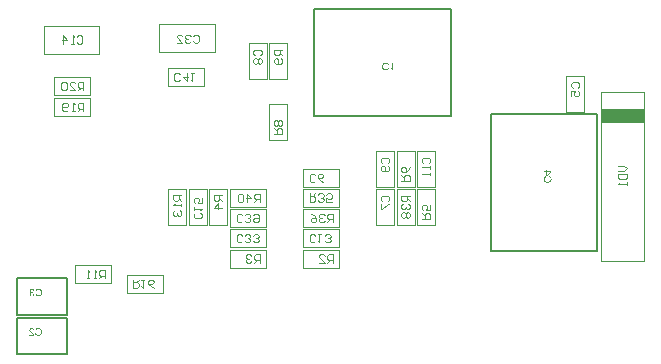
<source format=gbr>
%TF.GenerationSoftware,Altium Limited,Altium Designer,24.7.2 (38)*%
G04 Layer_Color=32896*
%FSLAX43Y43*%
%MOMM*%
%TF.SameCoordinates,A6C98B59-F63B-4C8E-8392-574C2285590F*%
%TF.FilePolarity,Positive*%
%TF.FileFunction,Other,Bottom_Assembly*%
%TF.Part,Single*%
G01*
G75*
%TA.AperFunction,NonConductor*%
%ADD35C,0.200*%
%ADD56C,0.100*%
%ADD57R,3.675X1.300*%
G36*
X37969Y25074D02*
X37987Y25072D01*
X38003Y25070D01*
X38019Y25067D01*
X38034Y25062D01*
X38048Y25057D01*
X38060Y25053D01*
X38073Y25047D01*
X38083Y25043D01*
X38093Y25038D01*
X38100Y25033D01*
X38108Y25029D01*
X38112Y25025D01*
X38117Y25023D01*
X38119Y25021D01*
X38120Y25020D01*
X38133Y25009D01*
X38144Y24998D01*
X38154Y24985D01*
X38164Y24972D01*
X38181Y24946D01*
X38194Y24921D01*
X38199Y24909D01*
X38204Y24897D01*
X38207Y24887D01*
X38210Y24879D01*
X38213Y24872D01*
X38215Y24866D01*
X38216Y24862D01*
Y24861D01*
X38131Y24840D01*
X38127Y24855D01*
X38122Y24869D01*
X38118Y24882D01*
X38113Y24894D01*
X38108Y24905D01*
X38102Y24914D01*
X38096Y24923D01*
X38090Y24932D01*
X38085Y24939D01*
X38080Y24945D01*
X38075Y24950D01*
X38072Y24955D01*
X38068Y24958D01*
X38065Y24960D01*
X38064Y24961D01*
X38063Y24962D01*
X38054Y24970D01*
X38044Y24975D01*
X38024Y24985D01*
X38004Y24993D01*
X37985Y24997D01*
X37968Y25001D01*
X37962Y25002D01*
X37955D01*
X37950Y25003D01*
X37943D01*
X37922Y25002D01*
X37901Y24998D01*
X37883Y24994D01*
X37866Y24988D01*
X37853Y24983D01*
X37848Y24980D01*
X37843Y24978D01*
X37840Y24976D01*
X37837Y24974D01*
X37835Y24973D01*
X37834D01*
X37816Y24960D01*
X37802Y24946D01*
X37789Y24931D01*
X37778Y24916D01*
X37770Y24903D01*
X37765Y24892D01*
X37763Y24887D01*
X37761Y24885D01*
X37760Y24883D01*
Y24882D01*
X37753Y24858D01*
X37747Y24834D01*
X37742Y24810D01*
X37740Y24787D01*
X37739Y24777D01*
X37738Y24768D01*
Y24760D01*
X37737Y24753D01*
Y24748D01*
Y24743D01*
Y24740D01*
Y24739D01*
X37738Y24715D01*
X37740Y24693D01*
X37743Y24673D01*
X37747Y24654D01*
X37750Y24639D01*
X37752Y24632D01*
X37754Y24627D01*
X37754Y24622D01*
X37755Y24619D01*
X37756Y24617D01*
Y24616D01*
X37766Y24595D01*
X37776Y24576D01*
X37787Y24560D01*
X37799Y24546D01*
X37809Y24535D01*
X37817Y24528D01*
X37824Y24523D01*
X37825Y24521D01*
X37826D01*
X37845Y24509D01*
X37866Y24500D01*
X37887Y24493D01*
X37906Y24490D01*
X37924Y24487D01*
X37931Y24486D01*
X37938D01*
X37942Y24485D01*
X37950D01*
X37973Y24486D01*
X37994Y24490D01*
X38011Y24495D01*
X38027Y24501D01*
X38039Y24507D01*
X38048Y24512D01*
X38054Y24516D01*
X38056Y24517D01*
X38071Y24531D01*
X38085Y24547D01*
X38096Y24564D01*
X38105Y24580D01*
X38112Y24595D01*
X38115Y24603D01*
X38117Y24608D01*
X38119Y24613D01*
X38121Y24616D01*
X38122Y24618D01*
Y24619D01*
X38205Y24600D01*
X38199Y24583D01*
X38194Y24568D01*
X38186Y24554D01*
X38180Y24541D01*
X38172Y24529D01*
X38164Y24517D01*
X38157Y24506D01*
X38149Y24497D01*
X38142Y24490D01*
X38135Y24482D01*
X38129Y24476D01*
X38124Y24471D01*
X38120Y24467D01*
X38116Y24464D01*
X38114Y24463D01*
X38113Y24462D01*
X38100Y24454D01*
X38087Y24445D01*
X38074Y24439D01*
X38060Y24433D01*
X38033Y24425D01*
X38008Y24419D01*
X37996Y24417D01*
X37986Y24416D01*
X37975Y24415D01*
X37967Y24414D01*
X37961Y24413D01*
X37951D01*
X37921Y24415D01*
X37891Y24419D01*
X37865Y24425D01*
X37853Y24429D01*
X37842Y24432D01*
X37832Y24436D01*
X37823Y24440D01*
X37815Y24443D01*
X37808Y24445D01*
X37803Y24448D01*
X37800Y24450D01*
X37797Y24451D01*
X37796Y24452D01*
X37771Y24468D01*
X37750Y24486D01*
X37731Y24505D01*
X37716Y24523D01*
X37704Y24540D01*
X37699Y24547D01*
X37695Y24554D01*
X37692Y24558D01*
X37690Y24562D01*
X37689Y24565D01*
X37688Y24566D01*
X37675Y24594D01*
X37666Y24624D01*
X37659Y24653D01*
X37655Y24680D01*
X37653Y24692D01*
X37652Y24704D01*
X37651Y24713D01*
Y24723D01*
X37650Y24729D01*
Y24735D01*
Y24738D01*
Y24739D01*
X37652Y24773D01*
X37656Y24805D01*
X37660Y24834D01*
X37664Y24848D01*
X37667Y24860D01*
X37669Y24871D01*
X37673Y24881D01*
X37676Y24890D01*
X37678Y24897D01*
X37680Y24903D01*
X37681Y24908D01*
X37683Y24910D01*
Y24911D01*
X37697Y24939D01*
X37713Y24964D01*
X37729Y24985D01*
X37738Y24994D01*
X37745Y25002D01*
X37753Y25009D01*
X37760Y25016D01*
X37766Y25021D01*
X37772Y25025D01*
X37776Y25029D01*
X37779Y25032D01*
X37781Y25032D01*
X37782Y25033D01*
X37795Y25041D01*
X37808Y25047D01*
X37836Y25057D01*
X37864Y25065D01*
X37890Y25069D01*
X37903Y25071D01*
X37914Y25073D01*
X37925Y25074D01*
X37933D01*
X37940Y25075D01*
X37950D01*
X37969Y25074D01*
D02*
G37*
G36*
X38584Y24421D02*
X38533D01*
X38524Y24437D01*
X38514Y24452D01*
X38501Y24467D01*
X38490Y24480D01*
X38479Y24491D01*
X38471Y24500D01*
X38467Y24503D01*
X38465Y24505D01*
X38464Y24506D01*
X38463Y24507D01*
X38443Y24523D01*
X38424Y24538D01*
X38405Y24551D01*
X38387Y24561D01*
X38371Y24570D01*
X38365Y24574D01*
X38359Y24577D01*
X38354Y24579D01*
X38351Y24580D01*
X38349Y24582D01*
X38348D01*
Y24658D01*
X38362Y24652D01*
X38376Y24646D01*
X38390Y24640D01*
X38403Y24633D01*
X38414Y24628D01*
X38423Y24623D01*
X38428Y24619D01*
X38429Y24618D01*
X38430D01*
X38447Y24608D01*
X38462Y24598D01*
X38475Y24589D01*
X38485Y24580D01*
X38494Y24574D01*
X38500Y24568D01*
X38504Y24565D01*
X38505Y24564D01*
Y25064D01*
X38584D01*
Y24421D01*
D02*
G37*
G36*
X8036Y5927D02*
X8061Y5922D01*
X8082Y5915D01*
X8101Y5907D01*
X8109Y5903D01*
X8116Y5899D01*
X8122Y5895D01*
X8127Y5892D01*
X8130Y5889D01*
X8133Y5887D01*
X8135Y5886D01*
X8136Y5885D01*
X8154Y5868D01*
X8167Y5848D01*
X8179Y5828D01*
X8188Y5808D01*
X8193Y5790D01*
X8196Y5783D01*
X8198Y5776D01*
X8199Y5771D01*
X8200Y5767D01*
X8201Y5764D01*
Y5763D01*
X8122Y5749D01*
X8118Y5770D01*
X8113Y5787D01*
X8106Y5802D01*
X8100Y5814D01*
X8093Y5823D01*
X8088Y5830D01*
X8084Y5834D01*
X8083Y5835D01*
X8071Y5845D01*
X8058Y5852D01*
X8046Y5857D01*
X8034Y5860D01*
X8023Y5862D01*
X8015Y5864D01*
X8007D01*
X7991Y5863D01*
X7976Y5859D01*
X7963Y5855D01*
X7952Y5850D01*
X7944Y5845D01*
X7937Y5840D01*
X7933Y5836D01*
X7932Y5835D01*
X7921Y5824D01*
X7914Y5812D01*
X7909Y5800D01*
X7906Y5789D01*
X7904Y5779D01*
X7902Y5771D01*
Y5766D01*
Y5765D01*
Y5764D01*
Y5754D01*
X7904Y5745D01*
X7909Y5729D01*
X7915Y5715D01*
X7922Y5703D01*
X7930Y5695D01*
X7936Y5688D01*
X7941Y5685D01*
X7942Y5684D01*
X7943D01*
X7958Y5675D01*
X7973Y5669D01*
X7989Y5664D01*
X8003Y5661D01*
X8015Y5660D01*
X8025Y5658D01*
X8037D01*
X8041Y5659D01*
X8045D01*
X8055Y5589D01*
X8043Y5592D01*
X8031Y5594D01*
X8022Y5596D01*
X8014Y5597D01*
X8007Y5598D01*
X7999D01*
X7980Y5596D01*
X7962Y5592D01*
X7946Y5587D01*
X7933Y5580D01*
X7923Y5574D01*
X7916Y5568D01*
X7911Y5564D01*
X7909Y5563D01*
X7897Y5549D01*
X7888Y5534D01*
X7882Y5519D01*
X7878Y5504D01*
X7875Y5492D01*
X7874Y5482D01*
X7873Y5478D01*
Y5476D01*
Y5474D01*
Y5473D01*
X7875Y5452D01*
X7880Y5434D01*
X7885Y5418D01*
X7893Y5404D01*
X7900Y5393D01*
X7906Y5385D01*
X7910Y5379D01*
X7912Y5378D01*
X7927Y5365D01*
X7943Y5355D01*
X7958Y5349D01*
X7973Y5344D01*
X7986Y5342D01*
X7996Y5341D01*
X8000Y5340D01*
X8006D01*
X8022Y5341D01*
X8038Y5344D01*
X8052Y5349D01*
X8063Y5354D01*
X8072Y5359D01*
X8080Y5364D01*
X8083Y5367D01*
X8085Y5368D01*
X8096Y5381D01*
X8105Y5396D01*
X8114Y5412D01*
X8120Y5428D01*
X8125Y5442D01*
X8127Y5449D01*
X8128Y5454D01*
X8129Y5459D01*
X8130Y5463D01*
X8130Y5465D01*
Y5465D01*
X8209Y5455D01*
X8207Y5440D01*
X8204Y5427D01*
X8196Y5401D01*
X8186Y5379D01*
X8180Y5369D01*
X8175Y5360D01*
X8169Y5352D01*
X8164Y5345D01*
X8159Y5339D01*
X8154Y5334D01*
X8152Y5330D01*
X8149Y5328D01*
X8147Y5326D01*
X8146Y5325D01*
X8135Y5317D01*
X8124Y5308D01*
X8113Y5302D01*
X8101Y5296D01*
X8078Y5287D01*
X8056Y5281D01*
X8045Y5280D01*
X8036Y5278D01*
X8028Y5277D01*
X8020Y5276D01*
X8015Y5275D01*
X8007D01*
X7989Y5276D01*
X7973Y5278D01*
X7958Y5281D01*
X7943Y5284D01*
X7929Y5289D01*
X7917Y5293D01*
X7905Y5299D01*
X7895Y5305D01*
X7884Y5309D01*
X7876Y5315D01*
X7869Y5319D01*
X7863Y5324D01*
X7859Y5328D01*
X7855Y5330D01*
X7853Y5332D01*
X7852Y5333D01*
X7841Y5344D01*
X7832Y5356D01*
X7823Y5368D01*
X7816Y5380D01*
X7811Y5391D01*
X7805Y5404D01*
X7798Y5426D01*
X7796Y5436D01*
X7794Y5445D01*
X7792Y5453D01*
X7791Y5461D01*
X7790Y5466D01*
Y5471D01*
Y5474D01*
Y5475D01*
X7791Y5497D01*
X7795Y5517D01*
X7800Y5535D01*
X7806Y5550D01*
X7811Y5562D01*
X7817Y5571D01*
X7821Y5576D01*
X7822Y5578D01*
X7835Y5592D01*
X7848Y5604D01*
X7863Y5613D01*
X7878Y5621D01*
X7891Y5626D01*
X7901Y5630D01*
X7905Y5631D01*
X7908Y5632D01*
X7909Y5633D01*
X7910D01*
X7895Y5641D01*
X7882Y5649D01*
X7871Y5659D01*
X7861Y5667D01*
X7854Y5674D01*
X7848Y5681D01*
X7846Y5685D01*
X7845Y5686D01*
X7837Y5699D01*
X7832Y5712D01*
X7827Y5725D01*
X7824Y5737D01*
X7823Y5747D01*
X7822Y5755D01*
Y5760D01*
Y5762D01*
X7823Y5778D01*
X7825Y5794D01*
X7829Y5808D01*
X7834Y5820D01*
X7838Y5830D01*
X7842Y5838D01*
X7845Y5843D01*
X7846Y5845D01*
X7855Y5858D01*
X7866Y5870D01*
X7877Y5881D01*
X7888Y5890D01*
X7897Y5896D01*
X7906Y5902D01*
X7911Y5905D01*
X7912Y5906D01*
X7913D01*
X7930Y5913D01*
X7946Y5918D01*
X7963Y5923D01*
X7978Y5926D01*
X7990Y5928D01*
X8000Y5929D01*
X8023D01*
X8036Y5927D01*
D02*
G37*
G36*
X8577Y5935D02*
X8607Y5931D01*
X8632Y5925D01*
X8644Y5921D01*
X8656Y5918D01*
X8666Y5914D01*
X8675Y5910D01*
X8682Y5907D01*
X8690Y5905D01*
X8694Y5902D01*
X8698Y5900D01*
X8701Y5899D01*
X8702Y5898D01*
X8727Y5882D01*
X8748Y5864D01*
X8767Y5845D01*
X8782Y5827D01*
X8794Y5810D01*
X8799Y5803D01*
X8803Y5796D01*
X8806Y5792D01*
X8808Y5788D01*
X8809Y5785D01*
X8810Y5784D01*
X8823Y5756D01*
X8832Y5726D01*
X8839Y5697D01*
X8843Y5670D01*
X8845Y5658D01*
X8846Y5646D01*
X8847Y5636D01*
Y5627D01*
X8848Y5621D01*
Y5615D01*
Y5612D01*
Y5611D01*
X8846Y5577D01*
X8842Y5545D01*
X8838Y5516D01*
X8834Y5502D01*
X8831Y5490D01*
X8828Y5479D01*
X8825Y5469D01*
X8822Y5460D01*
X8820Y5452D01*
X8817Y5447D01*
X8816Y5442D01*
X8815Y5440D01*
Y5439D01*
X8801Y5411D01*
X8785Y5386D01*
X8768Y5365D01*
X8760Y5356D01*
X8753Y5348D01*
X8745Y5341D01*
X8738Y5334D01*
X8731Y5329D01*
X8726Y5325D01*
X8722Y5321D01*
X8718Y5318D01*
X8717Y5318D01*
X8716Y5317D01*
X8703Y5309D01*
X8690Y5303D01*
X8662Y5293D01*
X8634Y5285D01*
X8608Y5281D01*
X8595Y5279D01*
X8583Y5277D01*
X8573Y5276D01*
X8565D01*
X8558Y5275D01*
X8547D01*
X8529Y5276D01*
X8511Y5278D01*
X8495Y5280D01*
X8479Y5283D01*
X8464Y5288D01*
X8450Y5293D01*
X8437Y5297D01*
X8425Y5303D01*
X8415Y5307D01*
X8405Y5312D01*
X8398Y5317D01*
X8390Y5321D01*
X8386Y5325D01*
X8381Y5327D01*
X8379Y5329D01*
X8378Y5330D01*
X8365Y5341D01*
X8354Y5352D01*
X8344Y5365D01*
X8334Y5378D01*
X8317Y5404D01*
X8304Y5429D01*
X8299Y5441D01*
X8294Y5452D01*
X8290Y5463D01*
X8288Y5471D01*
X8285Y5478D01*
X8283Y5484D01*
X8282Y5488D01*
Y5489D01*
X8367Y5510D01*
X8371Y5495D01*
X8375Y5481D01*
X8380Y5468D01*
X8385Y5456D01*
X8390Y5445D01*
X8396Y5436D01*
X8402Y5427D01*
X8408Y5418D01*
X8412Y5411D01*
X8418Y5405D01*
X8423Y5400D01*
X8426Y5395D01*
X8430Y5392D01*
X8433Y5390D01*
X8434Y5389D01*
X8435Y5388D01*
X8444Y5380D01*
X8454Y5375D01*
X8474Y5365D01*
X8494Y5357D01*
X8513Y5353D01*
X8530Y5349D01*
X8536Y5348D01*
X8543D01*
X8548Y5347D01*
X8555D01*
X8576Y5348D01*
X8596Y5352D01*
X8615Y5356D01*
X8632Y5362D01*
X8644Y5367D01*
X8650Y5370D01*
X8655Y5372D01*
X8658Y5374D01*
X8661Y5376D01*
X8663Y5377D01*
X8664D01*
X8681Y5390D01*
X8696Y5404D01*
X8709Y5419D01*
X8719Y5434D01*
X8728Y5447D01*
X8733Y5458D01*
X8735Y5463D01*
X8737Y5465D01*
X8738Y5467D01*
Y5468D01*
X8745Y5492D01*
X8751Y5516D01*
X8755Y5540D01*
X8758Y5563D01*
X8759Y5573D01*
X8760Y5582D01*
Y5590D01*
X8761Y5597D01*
Y5602D01*
Y5607D01*
Y5610D01*
Y5611D01*
X8760Y5635D01*
X8758Y5657D01*
X8755Y5677D01*
X8751Y5696D01*
X8748Y5711D01*
X8746Y5718D01*
X8744Y5723D01*
X8743Y5728D01*
X8742Y5731D01*
X8742Y5733D01*
Y5734D01*
X8732Y5755D01*
X8722Y5774D01*
X8711Y5790D01*
X8699Y5804D01*
X8689Y5815D01*
X8681Y5822D01*
X8674Y5827D01*
X8673Y5829D01*
X8672D01*
X8653Y5841D01*
X8632Y5850D01*
X8611Y5857D01*
X8592Y5860D01*
X8574Y5863D01*
X8567Y5864D01*
X8560D01*
X8556Y5865D01*
X8548D01*
X8525Y5864D01*
X8504Y5860D01*
X8486Y5855D01*
X8471Y5849D01*
X8459Y5843D01*
X8449Y5838D01*
X8444Y5834D01*
X8442Y5832D01*
X8427Y5819D01*
X8413Y5803D01*
X8402Y5786D01*
X8393Y5770D01*
X8386Y5755D01*
X8383Y5747D01*
X8381Y5742D01*
X8379Y5737D01*
X8377Y5734D01*
X8376Y5732D01*
Y5731D01*
X8293Y5750D01*
X8299Y5767D01*
X8304Y5782D01*
X8312Y5796D01*
X8318Y5809D01*
X8326Y5821D01*
X8334Y5832D01*
X8341Y5844D01*
X8349Y5853D01*
X8356Y5860D01*
X8362Y5868D01*
X8369Y5874D01*
X8374Y5879D01*
X8378Y5883D01*
X8382Y5886D01*
X8384Y5887D01*
X8385Y5888D01*
X8398Y5896D01*
X8411Y5905D01*
X8424Y5911D01*
X8437Y5917D01*
X8465Y5925D01*
X8490Y5931D01*
X8502Y5933D01*
X8512Y5934D01*
X8522Y5935D01*
X8531Y5936D01*
X8537Y5937D01*
X8546D01*
X8577Y5935D01*
D02*
G37*
G36*
X51562Y15868D02*
X51976D01*
Y15804D01*
X51562Y15511D01*
X51490D01*
Y15789D01*
X51336D01*
Y15868D01*
X51490D01*
Y15955D01*
X51562D01*
Y15868D01*
D02*
G37*
G36*
X51560Y15381D02*
X51545Y15377D01*
X51531Y15372D01*
X51518Y15368D01*
X51506Y15363D01*
X51495Y15358D01*
X51486Y15352D01*
X51477Y15346D01*
X51468Y15340D01*
X51461Y15335D01*
X51455Y15330D01*
X51450Y15325D01*
X51445Y15322D01*
X51442Y15318D01*
X51440Y15315D01*
X51439Y15314D01*
X51438Y15313D01*
X51430Y15304D01*
X51425Y15294D01*
X51415Y15274D01*
X51407Y15254D01*
X51403Y15235D01*
X51399Y15218D01*
X51398Y15212D01*
Y15205D01*
X51397Y15200D01*
Y15193D01*
X51398Y15172D01*
X51402Y15151D01*
X51406Y15133D01*
X51412Y15116D01*
X51417Y15103D01*
X51420Y15098D01*
X51422Y15093D01*
X51424Y15090D01*
X51426Y15087D01*
X51427Y15085D01*
Y15084D01*
X51440Y15066D01*
X51453Y15052D01*
X51469Y15039D01*
X51484Y15028D01*
X51497Y15020D01*
X51508Y15015D01*
X51513Y15013D01*
X51515Y15011D01*
X51517Y15010D01*
X51518D01*
X51542Y15003D01*
X51566Y14997D01*
X51590Y14992D01*
X51613Y14990D01*
X51623Y14989D01*
X51632Y14988D01*
X51640D01*
X51647Y14987D01*
X51652D01*
X51657D01*
X51660D01*
X51661D01*
X51685Y14988D01*
X51707Y14990D01*
X51727Y14993D01*
X51746Y14997D01*
X51761Y15000D01*
X51768Y15002D01*
X51773Y15004D01*
X51778Y15004D01*
X51781Y15005D01*
X51783Y15006D01*
X51784D01*
X51805Y15016D01*
X51824Y15026D01*
X51840Y15037D01*
X51854Y15049D01*
X51865Y15059D01*
X51872Y15067D01*
X51877Y15074D01*
X51879Y15075D01*
Y15076D01*
X51891Y15095D01*
X51900Y15116D01*
X51907Y15137D01*
X51910Y15156D01*
X51913Y15174D01*
X51914Y15181D01*
Y15188D01*
X51915Y15192D01*
Y15200D01*
X51914Y15223D01*
X51910Y15244D01*
X51905Y15261D01*
X51899Y15277D01*
X51893Y15289D01*
X51888Y15298D01*
X51884Y15304D01*
X51882Y15306D01*
X51869Y15321D01*
X51853Y15335D01*
X51836Y15346D01*
X51820Y15355D01*
X51805Y15362D01*
X51797Y15365D01*
X51792Y15367D01*
X51787Y15369D01*
X51784Y15371D01*
X51782Y15372D01*
X51781D01*
X51800Y15455D01*
X51817Y15449D01*
X51832Y15444D01*
X51846Y15436D01*
X51859Y15430D01*
X51871Y15422D01*
X51882Y15414D01*
X51894Y15407D01*
X51903Y15399D01*
X51910Y15392D01*
X51918Y15385D01*
X51924Y15379D01*
X51929Y15374D01*
X51933Y15370D01*
X51936Y15366D01*
X51937Y15364D01*
X51938Y15363D01*
X51946Y15350D01*
X51955Y15337D01*
X51961Y15324D01*
X51967Y15310D01*
X51975Y15283D01*
X51980Y15258D01*
X51983Y15246D01*
X51984Y15236D01*
X51985Y15225D01*
X51986Y15217D01*
X51987Y15211D01*
Y15201D01*
X51985Y15171D01*
X51980Y15141D01*
X51975Y15115D01*
X51971Y15103D01*
X51968Y15092D01*
X51964Y15082D01*
X51960Y15073D01*
X51957Y15065D01*
X51955Y15058D01*
X51952Y15053D01*
X51950Y15050D01*
X51949Y15047D01*
X51948Y15046D01*
X51932Y15021D01*
X51914Y15000D01*
X51895Y14981D01*
X51877Y14966D01*
X51860Y14954D01*
X51853Y14949D01*
X51846Y14945D01*
X51842Y14942D01*
X51838Y14940D01*
X51835Y14939D01*
X51834Y14938D01*
X51806Y14925D01*
X51776Y14916D01*
X51747Y14909D01*
X51720Y14905D01*
X51708Y14903D01*
X51696Y14902D01*
X51686Y14901D01*
X51677D01*
X51671Y14900D01*
X51665D01*
X51662D01*
X51661D01*
X51627Y14902D01*
X51595Y14906D01*
X51566Y14910D01*
X51552Y14914D01*
X51540Y14917D01*
X51529Y14919D01*
X51519Y14923D01*
X51510Y14926D01*
X51503Y14928D01*
X51497Y14931D01*
X51492Y14931D01*
X51490Y14933D01*
X51489D01*
X51461Y14947D01*
X51436Y14963D01*
X51415Y14979D01*
X51406Y14988D01*
X51398Y14995D01*
X51391Y15003D01*
X51384Y15010D01*
X51379Y15016D01*
X51375Y15022D01*
X51371Y15026D01*
X51368Y15029D01*
X51368Y15031D01*
X51367Y15032D01*
X51359Y15045D01*
X51353Y15058D01*
X51343Y15086D01*
X51335Y15114D01*
X51331Y15140D01*
X51329Y15153D01*
X51327Y15164D01*
X51326Y15175D01*
Y15183D01*
X51325Y15190D01*
Y15200D01*
X51326Y15219D01*
X51328Y15237D01*
X51330Y15253D01*
X51333Y15269D01*
X51338Y15284D01*
X51343Y15298D01*
X51347Y15310D01*
X51353Y15323D01*
X51357Y15333D01*
X51362Y15343D01*
X51367Y15350D01*
X51371Y15358D01*
X51375Y15362D01*
X51377Y15367D01*
X51379Y15369D01*
X51380Y15370D01*
X51391Y15383D01*
X51402Y15394D01*
X51415Y15404D01*
X51428Y15414D01*
X51453Y15431D01*
X51479Y15444D01*
X51491Y15449D01*
X51503Y15454D01*
X51513Y15458D01*
X51521Y15460D01*
X51528Y15463D01*
X51534Y15465D01*
X51538Y15466D01*
X51539D01*
X51560Y15381D01*
D02*
G37*
G36*
X7992Y2592D02*
X8008Y2591D01*
X8022Y2588D01*
X8036Y2586D01*
X8049Y2582D01*
X8061Y2578D01*
X8072Y2574D01*
X8083Y2569D01*
X8092Y2564D01*
X8099Y2560D01*
X8106Y2556D01*
X8111Y2552D01*
X8116Y2550D01*
X8119Y2547D01*
X8120Y2546D01*
X8121Y2545D01*
X8131Y2536D01*
X8139Y2526D01*
X8147Y2514D01*
X8154Y2503D01*
X8165Y2481D01*
X8172Y2459D01*
X8175Y2449D01*
X8178Y2439D01*
X8180Y2430D01*
X8182Y2423D01*
X8182Y2416D01*
Y2412D01*
X8183Y2409D01*
Y2408D01*
X8103Y2400D01*
X8101Y2421D01*
X8097Y2440D01*
X8092Y2456D01*
X8085Y2469D01*
X8080Y2480D01*
X8074Y2488D01*
X8071Y2492D01*
X8069Y2494D01*
X8055Y2505D01*
X8040Y2513D01*
X8024Y2520D01*
X8010Y2524D01*
X7998Y2526D01*
X7986Y2527D01*
X7983Y2528D01*
X7977D01*
X7958Y2527D01*
X7940Y2524D01*
X7925Y2518D01*
X7912Y2513D01*
X7902Y2506D01*
X7896Y2501D01*
X7891Y2498D01*
X7889Y2496D01*
X7878Y2483D01*
X7870Y2470D01*
X7863Y2457D01*
X7860Y2444D01*
X7857Y2434D01*
X7856Y2425D01*
X7855Y2419D01*
Y2418D01*
Y2417D01*
X7857Y2401D01*
X7861Y2383D01*
X7867Y2367D01*
X7874Y2353D01*
X7881Y2341D01*
X7888Y2330D01*
X7889Y2327D01*
X7891Y2324D01*
X7893Y2323D01*
Y2322D01*
X7900Y2312D01*
X7910Y2302D01*
X7920Y2291D01*
X7931Y2280D01*
X7954Y2257D01*
X7977Y2235D01*
X7989Y2225D01*
X7999Y2216D01*
X8010Y2207D01*
X8018Y2200D01*
X8024Y2194D01*
X8030Y2190D01*
X8034Y2187D01*
X8035Y2186D01*
X8058Y2167D01*
X8079Y2148D01*
X8096Y2132D01*
X8110Y2118D01*
X8122Y2106D01*
X8131Y2097D01*
X8135Y2092D01*
X8137Y2091D01*
Y2090D01*
X8150Y2074D01*
X8160Y2060D01*
X8170Y2045D01*
X8177Y2032D01*
X8182Y2021D01*
X8186Y2012D01*
X8188Y2007D01*
X8189Y2006D01*
Y2005D01*
X8193Y1995D01*
X8194Y1986D01*
X8196Y1976D01*
X8197Y1968D01*
X8198Y1961D01*
Y1955D01*
Y1951D01*
Y1950D01*
X7774D01*
Y2026D01*
X8089D01*
X8078Y2042D01*
X8072Y2048D01*
X8068Y2055D01*
X8063Y2060D01*
X8059Y2064D01*
X8057Y2067D01*
X8056Y2068D01*
X8051Y2072D01*
X8046Y2077D01*
X8033Y2089D01*
X8018Y2103D01*
X8002Y2117D01*
X7987Y2129D01*
X7981Y2134D01*
X7975Y2140D01*
X7971Y2144D01*
X7967Y2146D01*
X7965Y2148D01*
X7964Y2149D01*
X7949Y2162D01*
X7935Y2174D01*
X7922Y2186D01*
X7910Y2196D01*
X7899Y2207D01*
X7889Y2216D01*
X7880Y2224D01*
X7873Y2231D01*
X7865Y2239D01*
X7860Y2244D01*
X7855Y2249D01*
X7851Y2254D01*
X7846Y2259D01*
X7844Y2261D01*
X7831Y2277D01*
X7820Y2291D01*
X7811Y2305D01*
X7803Y2316D01*
X7798Y2326D01*
X7794Y2333D01*
X7792Y2338D01*
X7791Y2340D01*
X7786Y2354D01*
X7782Y2367D01*
X7778Y2380D01*
X7777Y2391D01*
X7776Y2402D01*
X7775Y2409D01*
Y2414D01*
Y2415D01*
X7776Y2429D01*
X7777Y2442D01*
X7779Y2455D01*
X7783Y2466D01*
X7792Y2489D01*
X7802Y2506D01*
X7807Y2514D01*
X7812Y2521D01*
X7816Y2527D01*
X7821Y2532D01*
X7825Y2536D01*
X7826Y2539D01*
X7828Y2540D01*
X7829Y2541D01*
X7839Y2550D01*
X7851Y2559D01*
X7863Y2565D01*
X7875Y2571D01*
X7899Y2580D01*
X7923Y2587D01*
X7933Y2588D01*
X7943Y2590D01*
X7952Y2591D01*
X7960Y2592D01*
X7966Y2593D01*
X7975D01*
X7992Y2592D01*
D02*
G37*
G36*
X8554Y2599D02*
X8584Y2595D01*
X8610Y2589D01*
X8622Y2586D01*
X8633Y2582D01*
X8643Y2578D01*
X8652Y2575D01*
X8660Y2572D01*
X8667Y2569D01*
X8672Y2566D01*
X8675Y2564D01*
X8678Y2563D01*
X8679Y2562D01*
X8704Y2547D01*
X8725Y2528D01*
X8744Y2510D01*
X8759Y2491D01*
X8771Y2475D01*
X8776Y2467D01*
X8780Y2461D01*
X8783Y2456D01*
X8785Y2452D01*
X8786Y2450D01*
X8787Y2449D01*
X8800Y2420D01*
X8809Y2391D01*
X8816Y2361D01*
X8820Y2334D01*
X8822Y2322D01*
X8823Y2310D01*
X8824Y2301D01*
Y2292D01*
X8825Y2285D01*
Y2280D01*
Y2276D01*
Y2275D01*
X8823Y2242D01*
X8819Y2209D01*
X8815Y2181D01*
X8811Y2167D01*
X8808Y2155D01*
X8806Y2144D01*
X8802Y2133D01*
X8799Y2124D01*
X8797Y2117D01*
X8795Y2111D01*
X8794Y2107D01*
X8792Y2104D01*
Y2103D01*
X8778Y2075D01*
X8762Y2050D01*
X8745Y2029D01*
X8737Y2021D01*
X8730Y2012D01*
X8722Y2005D01*
X8715Y1998D01*
X8709Y1993D01*
X8703Y1989D01*
X8699Y1986D01*
X8696Y1983D01*
X8694Y1982D01*
X8693Y1981D01*
X8680Y1974D01*
X8667Y1967D01*
X8639Y1957D01*
X8611Y1949D01*
X8585Y1945D01*
X8572Y1943D01*
X8561Y1941D01*
X8550Y1940D01*
X8542D01*
X8535Y1939D01*
X8525D01*
X8506Y1940D01*
X8488Y1942D01*
X8472Y1944D01*
X8456Y1948D01*
X8441Y1952D01*
X8427Y1957D01*
X8415Y1962D01*
X8402Y1967D01*
X8392Y1972D01*
X8382Y1976D01*
X8375Y1981D01*
X8367Y1986D01*
X8363Y1989D01*
X8358Y1991D01*
X8356Y1993D01*
X8355Y1994D01*
X8342Y2005D01*
X8331Y2016D01*
X8321Y2029D01*
X8311Y2042D01*
X8294Y2068D01*
X8281Y2094D01*
X8276Y2106D01*
X8271Y2117D01*
X8267Y2127D01*
X8265Y2135D01*
X8262Y2143D01*
X8260Y2148D01*
X8259Y2152D01*
Y2153D01*
X8344Y2174D01*
X8348Y2159D01*
X8353Y2145D01*
X8357Y2133D01*
X8362Y2121D01*
X8367Y2109D01*
X8373Y2100D01*
X8379Y2091D01*
X8385Y2083D01*
X8390Y2075D01*
X8395Y2070D01*
X8400Y2064D01*
X8403Y2060D01*
X8407Y2057D01*
X8410Y2054D01*
X8411Y2053D01*
X8412Y2052D01*
X8421Y2045D01*
X8431Y2039D01*
X8451Y2029D01*
X8471Y2022D01*
X8490Y2017D01*
X8507Y2013D01*
X8513Y2012D01*
X8520D01*
X8525Y2011D01*
X8532D01*
X8553Y2012D01*
X8574Y2016D01*
X8592Y2021D01*
X8609Y2026D01*
X8622Y2032D01*
X8627Y2035D01*
X8632Y2036D01*
X8635Y2038D01*
X8638Y2040D01*
X8640Y2041D01*
X8641D01*
X8659Y2054D01*
X8673Y2068D01*
X8686Y2084D01*
X8696Y2098D01*
X8705Y2111D01*
X8710Y2122D01*
X8712Y2127D01*
X8714Y2130D01*
X8715Y2132D01*
Y2133D01*
X8722Y2157D01*
X8728Y2181D01*
X8733Y2205D01*
X8735Y2227D01*
X8736Y2237D01*
X8737Y2246D01*
Y2255D01*
X8738Y2261D01*
Y2267D01*
Y2271D01*
Y2274D01*
Y2275D01*
X8737Y2299D01*
X8735Y2321D01*
X8732Y2342D01*
X8728Y2360D01*
X8725Y2376D01*
X8723Y2382D01*
X8721Y2388D01*
X8721Y2392D01*
X8720Y2395D01*
X8719Y2397D01*
Y2398D01*
X8709Y2419D01*
X8699Y2439D01*
X8688Y2454D01*
X8676Y2468D01*
X8666Y2479D01*
X8658Y2487D01*
X8651Y2491D01*
X8650Y2493D01*
X8649D01*
X8630Y2505D01*
X8609Y2514D01*
X8588Y2521D01*
X8569Y2525D01*
X8551Y2527D01*
X8544Y2528D01*
X8537D01*
X8533Y2529D01*
X8525D01*
X8502Y2528D01*
X8481Y2525D01*
X8464Y2519D01*
X8448Y2513D01*
X8436Y2507D01*
X8427Y2502D01*
X8421Y2499D01*
X8419Y2497D01*
X8404Y2483D01*
X8390Y2467D01*
X8379Y2451D01*
X8370Y2434D01*
X8363Y2419D01*
X8360Y2412D01*
X8358Y2406D01*
X8356Y2402D01*
X8354Y2398D01*
X8353Y2396D01*
Y2395D01*
X8270Y2415D01*
X8276Y2431D01*
X8281Y2446D01*
X8289Y2460D01*
X8295Y2474D01*
X8303Y2486D01*
X8311Y2497D01*
X8318Y2508D01*
X8326Y2517D01*
X8333Y2525D01*
X8340Y2532D01*
X8346Y2538D01*
X8351Y2543D01*
X8355Y2548D01*
X8359Y2550D01*
X8361Y2551D01*
X8362Y2552D01*
X8375Y2561D01*
X8388Y2569D01*
X8401Y2575D01*
X8415Y2581D01*
X8442Y2589D01*
X8467Y2595D01*
X8479Y2598D01*
X8489Y2599D01*
X8500Y2599D01*
X8508Y2600D01*
X8514Y2601D01*
X8524D01*
X8554Y2599D01*
D02*
G37*
%LPC*%
G36*
X51848Y15789D02*
X51562D01*
Y15588D01*
X51848Y15789D01*
D02*
G37*
%LPD*%
D35*
X31850Y20575D02*
Y29575D01*
X43450D01*
Y20575D02*
Y29575D01*
X31850Y20575D02*
X43450D01*
X6746Y6825D02*
X10949D01*
X6746Y3725D02*
Y6825D01*
Y3725D02*
X10949D01*
Y6825D01*
X55825Y9100D02*
Y20700D01*
X46825D02*
X55825D01*
X46825Y9100D02*
Y20700D01*
Y9100D02*
X55825D01*
X10927Y389D02*
Y3489D01*
X6723Y389D02*
X10927D01*
X6723D02*
Y3489D01*
X10927D01*
D56*
X13698Y25825D02*
Y28175D01*
X8998Y25825D02*
Y28175D01*
X13698D01*
X8998Y25825D02*
X13698D01*
X12899Y22313D02*
Y23837D01*
X9851Y22313D02*
Y23837D01*
X12899D01*
X9851Y22313D02*
X12899D01*
X12872Y20538D02*
Y22062D01*
X9824Y20538D02*
Y22062D01*
X12872D01*
X9824Y20538D02*
X12872D01*
X11646Y6388D02*
X14694D01*
X11646Y7912D02*
X14694D01*
X11646Y6388D02*
Y7912D01*
X14694Y6388D02*
Y7912D01*
X37144Y14353D02*
X38668D01*
X37144Y11305D02*
X38668D01*
X37144D02*
Y14353D01*
X38668Y11305D02*
Y14353D01*
X26334Y26699D02*
X27858D01*
X26334Y23651D02*
X27858D01*
X26334D02*
Y26699D01*
X27858Y23651D02*
Y26699D01*
X28088D02*
X29612D01*
X28088Y23651D02*
X29612D01*
X28088D02*
Y26699D01*
X29612Y23651D02*
Y26699D01*
X28071Y18483D02*
X29595D01*
X28071Y21531D02*
X29595D01*
Y18483D02*
Y21531D01*
X28071Y18483D02*
Y21531D01*
X30951Y14550D02*
Y16074D01*
X33999Y14550D02*
Y16074D01*
X30951Y14550D02*
X33999D01*
X30951Y16074D02*
X33999D01*
X30974Y7713D02*
X34022D01*
X30974Y9237D02*
X34022D01*
X30974Y7713D02*
Y9237D01*
X34022Y7713D02*
Y9237D01*
X30974Y14412D02*
X34022D01*
X30974Y12888D02*
X34022D01*
Y14412D01*
X30974Y12888D02*
Y14412D01*
X30974Y11154D02*
X34022D01*
X30974Y12678D02*
X34022D01*
X30974Y11154D02*
Y12678D01*
X34022Y11154D02*
Y12678D01*
X30974Y10962D02*
X34022D01*
X30974Y9438D02*
X34022D01*
Y10962D01*
X30974Y9438D02*
Y10962D01*
X56175Y8250D02*
Y22600D01*
Y8250D02*
X57263D01*
X58763D02*
X59850D01*
X57263D02*
X58763D01*
X59850D02*
Y22600D01*
X56175D02*
X59850D01*
X16001Y5588D02*
Y7112D01*
X19049Y5588D02*
Y7112D01*
X16001Y5588D02*
X19049D01*
X16001Y7112D02*
X19049D01*
X54762Y20901D02*
Y23949D01*
X53238Y20901D02*
Y23949D01*
Y20901D02*
X54762D01*
X53238Y23949D02*
X54762D01*
X23457Y25950D02*
Y28300D01*
X18757Y25950D02*
Y28300D01*
X23457D01*
X18757Y25950D02*
X23457D01*
X19504Y23088D02*
Y24612D01*
X22552Y23088D02*
Y24612D01*
X19504Y23088D02*
X22552D01*
X19504Y24612D02*
X22552D01*
X40588Y17584D02*
X42112D01*
X40588Y14536D02*
X42112D01*
X40588D02*
Y17584D01*
X42112Y14536D02*
Y17584D01*
X37144Y17584D02*
X38668D01*
X37144Y14536D02*
X38668D01*
X37144D02*
Y17584D01*
X38668Y14536D02*
Y17584D01*
X27824Y7713D02*
Y9237D01*
X24776Y7713D02*
Y9237D01*
X27824D01*
X24776Y7713D02*
X27824D01*
X24777Y9438D02*
Y10962D01*
X27825Y9438D02*
Y10962D01*
X24777Y9438D02*
X27825D01*
X24777Y10962D02*
X27825D01*
X38864Y14353D02*
X40388D01*
X38864Y11305D02*
X40388D01*
X38864D02*
Y14353D01*
X40388Y11305D02*
Y14353D01*
X27825Y12865D02*
Y14389D01*
X24777Y12865D02*
Y14389D01*
X27825D01*
X24777Y12865D02*
X27825D01*
X19539Y14389D02*
X21063D01*
X19539Y11341D02*
X21063D01*
X19539D02*
Y14389D01*
X21063Y11341D02*
Y14389D01*
X21270Y11341D02*
X22794D01*
X21270Y14389D02*
X22794D01*
Y11341D02*
Y14389D01*
X21270Y11341D02*
Y14389D01*
X24777Y11154D02*
Y12678D01*
X27825Y11154D02*
Y12678D01*
X24777Y11154D02*
X27825D01*
X24777Y12678D02*
X27825D01*
X38863Y14536D02*
Y17584D01*
X40387Y14536D02*
Y17584D01*
X38863D02*
X40387D01*
X38863Y14536D02*
X40387D01*
X40588Y11305D02*
Y14353D01*
X42112Y11305D02*
Y14353D01*
X40588D02*
X42112D01*
X40588Y11305D02*
X42112D01*
X24519Y11344D02*
Y14392D01*
X22995Y11344D02*
Y14392D01*
Y11344D02*
X24519D01*
X22995Y14392D02*
X24519D01*
X11807Y27258D02*
X11924Y27375D01*
X12157D01*
X12273Y27258D01*
Y26792D01*
X12157Y26675D01*
X11924D01*
X11807Y26792D01*
X11574Y26675D02*
X11340D01*
X11457D01*
Y27375D01*
X11574Y27258D01*
X10641Y26675D02*
Y27375D01*
X10990Y27025D01*
X10524D01*
X12350Y22725D02*
Y23425D01*
X12000D01*
X11883Y23308D01*
Y23075D01*
X12000Y22958D01*
X12350D01*
X12117D02*
X11883Y22725D01*
X11184D02*
X11650D01*
X11184Y23192D01*
Y23308D01*
X11300Y23425D01*
X11534D01*
X11650Y23308D01*
X10950D02*
X10834Y23425D01*
X10601D01*
X10484Y23308D01*
Y22842D01*
X10601Y22725D01*
X10834D01*
X10950Y22842D01*
Y23308D01*
X12323Y20950D02*
Y21650D01*
X11974D01*
X11857Y21533D01*
Y21300D01*
X11974Y21183D01*
X12323D01*
X12090D02*
X11857Y20950D01*
X11624D02*
X11390D01*
X11507D01*
Y21650D01*
X11624Y21533D01*
X11040Y21067D02*
X10924Y20950D01*
X10691D01*
X10574Y21067D01*
Y21533D01*
X10691Y21650D01*
X10924D01*
X11040Y21533D01*
Y21417D01*
X10924Y21300D01*
X10574D01*
X14145Y6800D02*
Y7500D01*
X13795D01*
X13678Y7383D01*
Y7150D01*
X13795Y7033D01*
X14145D01*
X13911D02*
X13678Y6800D01*
X13445D02*
X13212D01*
X13328D01*
Y7500D01*
X13445Y7383D01*
X12862Y6800D02*
X12628D01*
X12745D01*
Y7500D01*
X12862Y7383D01*
X37673Y13338D02*
X37557Y13455D01*
Y13688D01*
X37673Y13804D01*
X38140D01*
X38256Y13688D01*
Y13455D01*
X38140Y13338D01*
X37557Y13105D02*
Y12638D01*
X37673D01*
X38140Y13105D01*
X38256D01*
X26863Y25683D02*
X26746Y25800D01*
Y26033D01*
X26863Y26150D01*
X27330D01*
X27446Y26033D01*
Y25800D01*
X27330Y25683D01*
X26863Y25450D02*
X26746Y25334D01*
Y25100D01*
X26863Y24984D01*
X26980D01*
X27096Y25100D01*
X27213Y24984D01*
X27330D01*
X27446Y25100D01*
Y25334D01*
X27330Y25450D01*
X27213D01*
X27096Y25334D01*
X26980Y25450D01*
X26863D01*
X27096Y25334D02*
Y25100D01*
X29200Y26150D02*
X28500D01*
Y25800D01*
X28617Y25683D01*
X28850D01*
X28967Y25800D01*
Y26150D01*
Y25917D02*
X29200Y25683D01*
X29083Y25450D02*
X29200Y25334D01*
Y25100D01*
X29083Y24984D01*
X28617D01*
X28500Y25100D01*
Y25334D01*
X28617Y25450D01*
X28733D01*
X28850Y25334D01*
Y24984D01*
X28483Y19032D02*
X29183D01*
Y19382D01*
X29067Y19499D01*
X28833D01*
X28717Y19382D01*
Y19032D01*
Y19265D02*
X28483Y19499D01*
X29067Y19732D02*
X29183Y19848D01*
Y20082D01*
X29067Y20198D01*
X28950D01*
X28833Y20082D01*
X28717Y20198D01*
X28600D01*
X28483Y20082D01*
Y19848D01*
X28600Y19732D01*
X28717D01*
X28833Y19848D01*
X28950Y19732D01*
X29067D01*
X28833Y19848D02*
Y20082D01*
X31967Y15079D02*
X31850Y14962D01*
X31617D01*
X31500Y15079D01*
Y15545D01*
X31617Y15662D01*
X31850D01*
X31967Y15545D01*
X32666Y14962D02*
X32433Y15079D01*
X32200Y15312D01*
Y15545D01*
X32316Y15662D01*
X32550D01*
X32666Y15545D01*
Y15429D01*
X32550Y15312D01*
X32200D01*
X33473Y8125D02*
Y8825D01*
X33123D01*
X33007Y8708D01*
Y8475D01*
X33123Y8358D01*
X33473D01*
X33240D02*
X33007Y8125D01*
X32307D02*
X32773D01*
X32307Y8592D01*
Y8708D01*
X32424Y8825D01*
X32657D01*
X32773Y8708D01*
X31523Y14000D02*
Y13300D01*
X31873D01*
X31990Y13417D01*
Y13650D01*
X31873Y13767D01*
X31523D01*
X31756D02*
X31990Y14000D01*
X32223Y13417D02*
X32339Y13300D01*
X32573D01*
X32689Y13417D01*
Y13533D01*
X32573Y13650D01*
X32456D01*
X32573D01*
X32689Y13767D01*
Y13883D01*
X32573Y14000D01*
X32339D01*
X32223Y13883D01*
X33389Y13300D02*
X32923D01*
Y13650D01*
X33156Y13533D01*
X33272D01*
X33389Y13650D01*
Y13883D01*
X33272Y14000D01*
X33039D01*
X32923Y13883D01*
X33473Y11566D02*
Y12266D01*
X33123D01*
X33007Y12149D01*
Y11916D01*
X33123Y11799D01*
X33473D01*
X33240D02*
X33007Y11566D01*
X32773Y12149D02*
X32657Y12266D01*
X32424D01*
X32307Y12149D01*
Y12033D01*
X32424Y11916D01*
X32540D01*
X32424D01*
X32307Y11799D01*
Y11683D01*
X32424Y11566D01*
X32657D01*
X32773Y11683D01*
X31607Y12266D02*
X31840Y12149D01*
X32074Y11916D01*
Y11683D01*
X31957Y11566D01*
X31724D01*
X31607Y11683D01*
Y11799D01*
X31724Y11916D01*
X32074D01*
X31990Y9967D02*
X31873Y9850D01*
X31640D01*
X31523Y9967D01*
Y10433D01*
X31640Y10550D01*
X31873D01*
X31990Y10433D01*
X32223Y10550D02*
X32456D01*
X32340D01*
Y9850D01*
X32223Y9967D01*
X32806D02*
X32923Y9850D01*
X33156D01*
X33273Y9967D01*
Y10083D01*
X33156Y10200D01*
X33039D01*
X33156D01*
X33273Y10317D01*
Y10433D01*
X33156Y10550D01*
X32923D01*
X32806Y10433D01*
X57650Y16350D02*
X58117D01*
X58350Y16117D01*
X58117Y15883D01*
X57650D01*
Y15650D02*
X58350D01*
Y15300D01*
X58233Y15184D01*
X57767D01*
X57650Y15300D01*
Y15650D01*
X58350Y14950D02*
Y14717D01*
Y14834D01*
X57650D01*
X57767Y14950D01*
X16550Y6700D02*
Y6000D01*
X16900D01*
X17017Y6117D01*
Y6350D01*
X16900Y6467D01*
X16550D01*
X16783D02*
X17017Y6700D01*
X17250D02*
X17483D01*
X17366D01*
Y6000D01*
X17250Y6117D01*
X18299Y6000D02*
X18066Y6117D01*
X17833Y6350D01*
Y6583D01*
X17950Y6700D01*
X18183D01*
X18299Y6583D01*
Y6467D01*
X18183Y6350D01*
X17833D01*
X53767Y22933D02*
X53650Y23050D01*
Y23283D01*
X53767Y23400D01*
X54233D01*
X54350Y23283D01*
Y23050D01*
X54233Y22933D01*
X53650Y22234D02*
Y22700D01*
X54000D01*
X53883Y22467D01*
Y22350D01*
X54000Y22234D01*
X54233D01*
X54350Y22350D01*
Y22584D01*
X54233Y22700D01*
X21658Y27333D02*
X21775Y27450D01*
X22008D01*
X22125Y27333D01*
Y26867D01*
X22008Y26750D01*
X21775D01*
X21658Y26867D01*
X21425Y27333D02*
X21309Y27450D01*
X21075D01*
X20959Y27333D01*
Y27217D01*
X21075Y27100D01*
X21192D01*
X21075D01*
X20959Y26983D01*
Y26867D01*
X21075Y26750D01*
X21309D01*
X21425Y26867D01*
X20259Y26750D02*
X20725D01*
X20259Y27217D01*
Y27333D01*
X20376Y27450D01*
X20609D01*
X20725Y27333D01*
X20520Y23617D02*
X20403Y23500D01*
X20170D01*
X20053Y23617D01*
Y24083D01*
X20170Y24200D01*
X20403D01*
X20520Y24083D01*
X21103Y24200D02*
Y23500D01*
X20753Y23850D01*
X21220D01*
X21453Y24200D02*
X21686D01*
X21570D01*
Y23500D01*
X21453Y23617D01*
X41117Y16568D02*
X41000Y16685D01*
Y16918D01*
X41117Y17035D01*
X41583D01*
X41700Y16918D01*
Y16685D01*
X41583Y16568D01*
X41700Y16335D02*
Y16102D01*
Y16218D01*
X41000D01*
X41117Y16335D01*
X41700Y15752D02*
Y15518D01*
Y15635D01*
X41000D01*
X41117Y15752D01*
X37673Y16568D02*
X37557Y16685D01*
Y16918D01*
X37673Y17035D01*
X38140D01*
X38256Y16918D01*
Y16685D01*
X38140Y16568D01*
Y16335D02*
X38256Y16218D01*
Y15985D01*
X38140Y15868D01*
X37673D01*
X37557Y15985D01*
Y16218D01*
X37673Y16335D01*
X37790D01*
X37907Y16218D01*
Y15868D01*
X27275Y8125D02*
Y8825D01*
X26925D01*
X26808Y8708D01*
Y8475D01*
X26925Y8358D01*
X27275D01*
X27042D02*
X26808Y8125D01*
X26575Y8708D02*
X26459Y8825D01*
X26225D01*
X26109Y8708D01*
Y8591D01*
X26225Y8475D01*
X26342D01*
X26225D01*
X26109Y8358D01*
Y8241D01*
X26225Y8125D01*
X26459D01*
X26575Y8241D01*
X25793Y9967D02*
X25676Y9850D01*
X25443D01*
X25326Y9967D01*
Y10433D01*
X25443Y10550D01*
X25676D01*
X25793Y10433D01*
X26026Y9967D02*
X26143Y9850D01*
X26376D01*
X26492Y9967D01*
Y10083D01*
X26376Y10200D01*
X26259D01*
X26376D01*
X26492Y10317D01*
Y10433D01*
X26376Y10550D01*
X26143D01*
X26026Y10433D01*
X26726Y9967D02*
X26842Y9850D01*
X27076D01*
X27192Y9967D01*
Y10083D01*
X27076Y10200D01*
X26959D01*
X27076D01*
X27192Y10317D01*
Y10433D01*
X27076Y10550D01*
X26842D01*
X26726Y10433D01*
X39976Y13804D02*
X39276D01*
Y13455D01*
X39393Y13338D01*
X39626D01*
X39743Y13455D01*
Y13804D01*
Y13571D02*
X39976Y13338D01*
X39393Y13105D02*
X39276Y12988D01*
Y12755D01*
X39393Y12638D01*
X39509D01*
X39626Y12755D01*
Y12871D01*
Y12755D01*
X39743Y12638D01*
X39859D01*
X39976Y12755D01*
Y12988D01*
X39859Y13105D01*
X39393Y12405D02*
X39276Y12288D01*
Y12055D01*
X39393Y11938D01*
X39509D01*
X39626Y12055D01*
X39743Y11938D01*
X39859D01*
X39976Y12055D01*
Y12288D01*
X39859Y12405D01*
X39743D01*
X39626Y12288D01*
X39509Y12405D01*
X39393D01*
X39626Y12288D02*
Y12055D01*
X27276Y13277D02*
Y13977D01*
X26926D01*
X26810Y13860D01*
Y13627D01*
X26926Y13510D01*
X27276D01*
X27043D02*
X26810Y13277D01*
X26227D02*
Y13977D01*
X26576Y13627D01*
X26110D01*
X25877Y13860D02*
X25760Y13977D01*
X25527D01*
X25410Y13860D01*
Y13394D01*
X25527Y13277D01*
X25760D01*
X25877Y13394D01*
Y13860D01*
X20651Y13840D02*
X19951D01*
Y13490D01*
X20068Y13374D01*
X20301D01*
X20418Y13490D01*
Y13840D01*
Y13607D02*
X20651Y13374D01*
Y13140D02*
Y12907D01*
Y13024D01*
X19951D01*
X20068Y13140D01*
Y12557D02*
X19951Y12441D01*
Y12207D01*
X20068Y12091D01*
X20185D01*
X20301Y12207D01*
Y12324D01*
Y12207D01*
X20418Y12091D01*
X20534D01*
X20651Y12207D01*
Y12441D01*
X20534Y12557D01*
X22265Y12357D02*
X22382Y12240D01*
Y12007D01*
X22265Y11890D01*
X21799D01*
X21682Y12007D01*
Y12240D01*
X21799Y12357D01*
X21682Y12590D02*
Y12823D01*
Y12706D01*
X22382D01*
X22265Y12590D01*
X22382Y13639D02*
Y13173D01*
X22032D01*
X22148Y13406D01*
Y13523D01*
X22032Y13639D01*
X21799D01*
X21682Y13523D01*
Y13290D01*
X21799Y13173D01*
X25793Y11683D02*
X25676Y11566D01*
X25443D01*
X25326Y11683D01*
Y12150D01*
X25443Y12266D01*
X25676D01*
X25793Y12150D01*
X26026Y11683D02*
X26143Y11566D01*
X26376D01*
X26492Y11683D01*
Y11800D01*
X26376Y11916D01*
X26259D01*
X26376D01*
X26492Y12033D01*
Y12150D01*
X26376Y12266D01*
X26143D01*
X26026Y12150D01*
X26726D02*
X26842Y12266D01*
X27076D01*
X27192Y12150D01*
Y11683D01*
X27076Y11566D01*
X26842D01*
X26726Y11683D01*
Y11800D01*
X26842Y11916D01*
X27192D01*
X39275Y15085D02*
X39975D01*
Y15435D01*
X39858Y15551D01*
X39625D01*
X39508Y15435D01*
Y15085D01*
Y15318D02*
X39275Y15551D01*
X39975Y16251D02*
X39858Y16018D01*
X39625Y15784D01*
X39392D01*
X39275Y15901D01*
Y16134D01*
X39392Y16251D01*
X39508D01*
X39625Y16134D01*
Y15784D01*
X41000Y11854D02*
X41699D01*
Y12204D01*
X41583Y12321D01*
X41350D01*
X41233Y12204D01*
Y11854D01*
Y12088D02*
X41000Y12321D01*
X41699Y13021D02*
Y12554D01*
X41350D01*
X41466Y12787D01*
Y12904D01*
X41350Y13021D01*
X41116D01*
X41000Y12904D01*
Y12671D01*
X41116Y12554D01*
X24107Y13843D02*
X23407D01*
Y13493D01*
X23524Y13376D01*
X23757D01*
X23874Y13493D01*
Y13843D01*
Y13610D02*
X24107Y13376D01*
Y12793D02*
X23407D01*
X23757Y13143D01*
Y12677D01*
D57*
X58037Y20525D02*
D03*
%TF.MD5,397da4428c974699de9a732e5ccc0a6a*%
M02*

</source>
